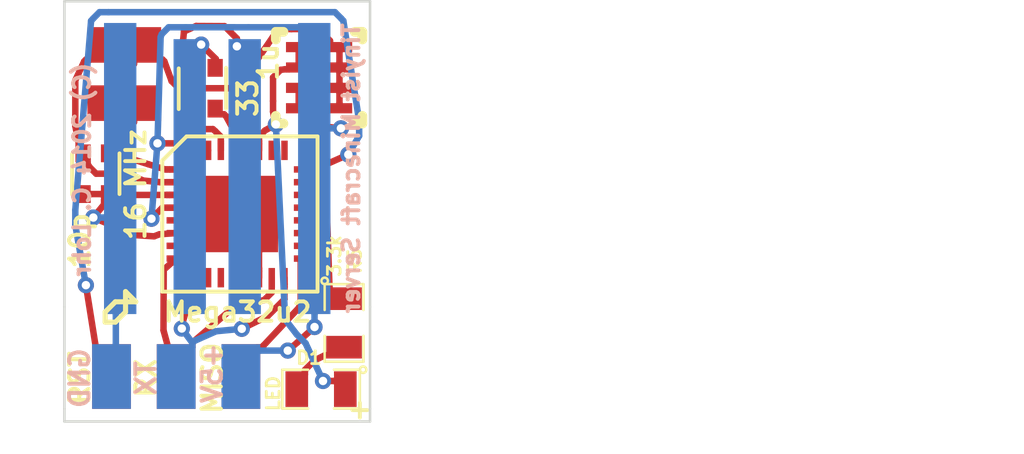
<source format=kicad_pcb>
(kicad_pcb (version 3) (host pcbnew "(2013-jul-07)-stable")

  (general
    (links 39)
    (no_connects 0)
    (area 47.23663 37.760067 68.005845 56.6096)
    (thickness 1.6)
    (drawings 32)
    (tracks 324)
    (zones 0)
    (modules 9)
    (nets 16)
  )

  (page User 132.08 127)
  (layers
    (15 F.Cu signal)
    (0 B.Cu signal)
    (16 B.Adhes user)
    (17 F.Adhes user)
    (18 B.Paste user)
    (19 F.Paste user)
    (20 B.SilkS user)
    (21 F.SilkS user)
    (22 B.Mask user)
    (23 F.Mask user)
    (24 Dwgs.User user)
    (25 Cmts.User user)
    (26 Eco1.User user)
    (27 Eco2.User user)
    (28 Edge.Cuts user)
  )

  (setup
    (last_trace_width 0.254)
    (trace_clearance 0.2032)
    (zone_clearance 0.508)
    (zone_45_only no)
    (trace_min 0.254)
    (segment_width 0.2)
    (edge_width 0.1)
    (via_size 0.635)
    (via_drill 0.3302)
    (via_min_size 0.508)
    (via_min_drill 0.3302)
    (uvia_size 0.4572)
    (uvia_drill 0.127)
    (uvias_allowed no)
    (uvia_min_size 0.4572)
    (uvia_min_drill 0.127)
    (pcb_text_width 0.1524)
    (pcb_text_size 0.762 0.762)
    (mod_edge_width 0.15)
    (mod_text_size 1 1)
    (mod_text_width 0.15)
    (pad_size 1.524 2.54)
    (pad_drill 0)
    (pad_to_mask_clearance 0)
    (aux_axis_origin 0 0)
    (visible_elements FFFFFFBF)
    (pcbplotparams
      (layerselection 284196865)
      (usegerberextensions true)
      (excludeedgelayer false)
      (linewidth 0.150000)
      (plotframeref false)
      (viasonmask false)
      (mode 1)
      (useauxorigin false)
      (hpglpennumber 1)
      (hpglpenspeed 20)
      (hpglpendiameter 15)
      (hpglpenoverlay 2)
      (psnegative false)
      (psa4output false)
      (plotreference true)
      (plotvalue true)
      (plotothertext true)
      (plotinvisibletext false)
      (padsonsilk false)
      (subtractmaskfromsilk false)
      (outputformat 1)
      (mirror false)
      (drillshape 0)
      (scaleselection 1)
      (outputdirectory tinyist_minecraft_server_1_0mm_thick))
  )

  (net 0 "")
  (net 1 +3.3V)
  (net 2 +5V)
  (net 3 GND)
  (net 4 N-0000011)
  (net 5 N-0000013)
  (net 6 N-0000017)
  (net 7 N-0000018)
  (net 8 N-0000019)
  (net 9 N-000002)
  (net 10 N-0000021)
  (net 11 N-0000025)
  (net 12 N-0000026)
  (net 13 N-0000027)
  (net 14 N-0000028)
  (net 15 N-000005)

  (net_class Default "This is the default net class."
    (clearance 0.2032)
    (trace_width 0.254)
    (via_dia 0.635)
    (via_drill 0.3302)
    (uvia_dia 0.4572)
    (uvia_drill 0.127)
    (add_net "")
    (add_net +3.3V)
    (add_net +5V)
    (add_net GND)
    (add_net N-0000011)
    (add_net N-0000013)
    (add_net N-0000017)
    (add_net N-0000018)
    (add_net N-0000019)
    (add_net N-000002)
    (add_net N-0000021)
    (add_net N-0000025)
    (add_net N-0000026)
    (add_net N-0000027)
    (add_net N-0000028)
    (add_net N-000005)
  )

  (module XTAL4P (layer F.Cu) (tedit 54480DE4) (tstamp 5447F7CD)
    (at 54.2018 41.714 270)
    (path /52F6ED82)
    (fp_text reference X1 (at 1.27 -1.905 270) (layer F.SilkS) hide
      (effects (font (size 1.524 1.524) (thickness 0.3048)))
    )
    (fp_text value 16MHz (at 0.635 4.445 270) (layer F.SilkS) hide
      (effects (font (size 1.524 1.524) (thickness 0.3048)))
    )
    (pad 4 smd rect (at 0 0 270) (size 1.397 1.1938)
      (layers F.Cu F.Paste F.Mask)
      (net 3 GND)
    )
    (pad 1 smd rect (at 0 1.7018 270) (size 1.397 1.1938)
      (layers F.Cu F.Paste F.Mask)
      (net 13 N-0000027)
    )
    (pad 3 smd rect (at 2.286 1.7018 270) (size 1.397 1.1938)
      (layers F.Cu F.Paste F.Mask)
      (net 3 GND)
    )
    (pad 2 smd rect (at 2.286 0 270) (size 1.397 1.1938)
      (layers F.Cu F.Paste F.Mask)
      (net 14 N-0000028)
    )
  )

  (module SM0805 (layer F.Cu) (tedit 54481273) (tstamp 5447F7EA)
    (at 61.0765 55.2294 180)
    (path /52F704B2)
    (attr smd)
    (fp_text reference D1 (at 0.4765 1.2294 180) (layer F.SilkS)
      (effects (font (size 0.50038 0.50038) (thickness 0.10922)))
    )
    (fp_text value LED (at 1.8765 -0.1706 270) (layer F.SilkS)
      (effects (font (size 0.50038 0.50038) (thickness 0.10922)))
    )
    (fp_circle (center -1.651 0.762) (end -1.651 0.635) (layer F.SilkS) (width 0.09906))
    (fp_line (start -0.508 0.762) (end -1.524 0.762) (layer F.SilkS) (width 0.09906))
    (fp_line (start -1.524 0.762) (end -1.524 -0.762) (layer F.SilkS) (width 0.09906))
    (fp_line (start -1.524 -0.762) (end -0.508 -0.762) (layer F.SilkS) (width 0.09906))
    (fp_line (start 0.508 -0.762) (end 1.524 -0.762) (layer F.SilkS) (width 0.09906))
    (fp_line (start 1.524 -0.762) (end 1.524 0.762) (layer F.SilkS) (width 0.09906))
    (fp_line (start 1.524 0.762) (end 0.508 0.762) (layer F.SilkS) (width 0.09906))
    (pad 1 smd rect (at -0.9525 0 180) (size 0.889 1.397)
      (layers F.Cu F.Paste F.Mask)
      (net 1 +3.3V)
    )
    (pad 2 smd rect (at 0.9525 0 180) (size 0.889 1.397)
      (layers F.Cu F.Paste F.Mask)
      (net 6 N-0000017)
    )
    (model smd/chip_cms.wrl
      (at (xyz 0 0 0))
      (scale (xyz 0.1 0.1 0.1))
      (rotate (xyz 0 0 0))
    )
  )

  (module SM0805 (layer F.Cu) (tedit 5448119D) (tstamp 5447F7F7)
    (at 61.9805 52.6303 270)
    (path /52F704A2)
    (attr smd)
    (fp_text reference R5 (at -2.4303 -0.4195 270) (layer F.SilkS)
      (effects (font (size 0.50038 0.50038) (thickness 0.10922)))
    )
    (fp_text value 3.3k (at -2.6303 0.3805 270) (layer F.SilkS)
      (effects (font (size 0.50038 0.50038) (thickness 0.10922)))
    )
    (fp_circle (center -1.651 0.762) (end -1.651 0.635) (layer F.SilkS) (width 0.09906))
    (fp_line (start -0.508 0.762) (end -1.524 0.762) (layer F.SilkS) (width 0.09906))
    (fp_line (start -1.524 0.762) (end -1.524 -0.762) (layer F.SilkS) (width 0.09906))
    (fp_line (start -1.524 -0.762) (end -0.508 -0.762) (layer F.SilkS) (width 0.09906))
    (fp_line (start 0.508 -0.762) (end 1.524 -0.762) (layer F.SilkS) (width 0.09906))
    (fp_line (start 1.524 -0.762) (end 1.524 0.762) (layer F.SilkS) (width 0.09906))
    (fp_line (start 1.524 0.762) (end 0.508 0.762) (layer F.SilkS) (width 0.09906))
    (pad 1 smd rect (at -0.9525 0 270) (size 0.889 1.397)
      (layers F.Cu F.Paste F.Mask)
      (net 4 N-0000011)
    )
    (pad 2 smd rect (at 0.9525 0 270) (size 0.889 1.397)
      (layers F.Cu F.Paste F.Mask)
      (net 6 N-0000017)
    )
    (model smd/chip_cms.wrl
      (at (xyz 0 0 0))
      (scale (xyz 0.1 0.1 0.1))
      (rotate (xyz 0 0 0))
    )
  )

  (module QFN32 (layer F.Cu) (tedit 54480E1A) (tstamp 5447F822)
    (at 57.8912 48.3535)
    (descr "Support CMS Plcc 32 pins")
    (tags "CMS Plcc")
    (path /52F0D5D7)
    (attr smd)
    (fp_text reference U1 (at 0 -1.016) (layer F.SilkS) hide
      (effects (font (size 0.762 0.762) (thickness 0.1524)))
    )
    (fp_text value ATMEGAXU2 (at 0 0.762) (layer F.SilkS) hide
      (effects (font (size 0.762 0.762) (thickness 0.1524)))
    )
    (fp_line (start -2.0955 -3.048) (end 2.0955 -3.048) (layer F.SilkS) (width 0.1524))
    (fp_line (start 2.0955 -3.048) (end 3.048 -3.048) (layer F.SilkS) (width 0.1524))
    (fp_line (start 3.048 -3.048) (end 3.048 3.048) (layer F.SilkS) (width 0.1524))
    (fp_line (start 3.048 3.048) (end -3.048 3.048) (layer F.SilkS) (width 0.1524))
    (fp_line (start -3.048 3.048) (end -3.048 -2.0955) (layer F.SilkS) (width 0.1524))
    (fp_line (start -3.048 -2.0955) (end -2.0955 -3.048) (layer F.SilkS) (width 0.1524))
    (pad 31 smd rect (at -1.24968 -2.49936) (size 0.254 0.762)
      (layers F.Cu F.Paste F.Mask)
      (net 2 +5V)
    )
    (pad 30 smd rect (at -0.7493 -2.49936) (size 0.254 0.762)
      (layers F.Cu F.Paste F.Mask)
      (net 15 N-000005)
    )
    (pad 29 smd rect (at -0.24892 -2.49936) (size 0.254 0.762)
      (layers F.Cu F.Paste F.Mask)
      (net 9 N-000002)
    )
    (pad 32 smd rect (at -1.75006 -2.49936) (size 0.254 0.762)
      (layers F.Cu F.Paste F.Mask)
      (net 2 +5V)
    )
    (pad 1 smd rect (at -2.49936 -1.75006 90) (size 0.254 0.762)
      (layers F.Cu F.Paste F.Mask)
      (net 14 N-0000028)
    )
    (pad 2 smd rect (at -2.49936 -1.24968 90) (size 0.254 0.762)
      (layers F.Cu F.Paste F.Mask)
      (net 13 N-0000027)
    )
    (pad 3 smd rect (at -2.49936 -0.7493 90) (size 0.254 0.762)
      (layers F.Cu F.Paste F.Mask)
      (net 3 GND)
    )
    (pad 4 smd rect (at -2.49936 -0.24892 90) (size 0.254 0.762)
      (layers F.Cu F.Paste F.Mask)
      (net 2 +5V)
    )
    (pad 5 smd rect (at -2.49936 0.24892 90) (size 0.254 0.762)
      (layers F.Cu F.Paste F.Mask)
    )
    (pad 6 smd rect (at -2.49936 0.7493 90) (size 0.254 0.762)
      (layers F.Cu F.Paste F.Mask)
      (net 3 GND)
    )
    (pad 7 smd rect (at -2.49936 1.24968 90) (size 0.254 0.762)
      (layers F.Cu F.Paste F.Mask)
    )
    (pad 8 smd rect (at -2.49936 1.75006 90) (size 0.254 0.762)
      (layers F.Cu F.Paste F.Mask)
      (net 10 N-0000021)
    )
    (pad 16 smd rect (at 1.75006 2.49936) (size 0.254 0.762)
      (layers F.Cu F.Paste F.Mask)
      (net 5 N-0000013)
    )
    (pad 9 smd rect (at -1.75006 2.49936) (size 0.254 0.762)
      (layers F.Cu F.Paste F.Mask)
      (net 5 N-0000013)
    )
    (pad 10 smd rect (at -1.24968 2.49936) (size 0.254 0.762)
      (layers F.Cu F.Paste F.Mask)
    )
    (pad 11 smd rect (at -0.7493 2.49936) (size 0.254 0.762)
      (layers F.Cu F.Paste F.Mask)
    )
    (pad 12 smd rect (at -0.24892 2.49936) (size 0.254 0.762)
      (layers F.Cu F.Paste F.Mask)
    )
    (pad 13 smd rect (at 0.24892 2.49936) (size 0.254 0.762)
      (layers F.Cu F.Paste F.Mask)
    )
    (pad 14 smd rect (at 0.7493 2.49936) (size 0.254 0.762)
      (layers F.Cu F.Paste F.Mask)
      (net 3 GND)
    )
    (pad 15 smd rect (at 1.24968 2.49936) (size 0.254 0.762)
      (layers F.Cu F.Paste F.Mask)
      (net 10 N-0000021)
    )
    (pad 17 smd rect (at 2.49936 1.75006 90) (size 0.254 0.762)
      (layers F.Cu F.Paste F.Mask)
      (net 12 N-0000026)
    )
    (pad 18 smd rect (at 2.49936 1.24968 90) (size 0.254 0.762)
      (layers F.Cu F.Paste F.Mask)
    )
    (pad 19 smd rect (at 2.49936 0.7493 90) (size 0.254 0.762)
      (layers F.Cu F.Paste F.Mask)
    )
    (pad 20 smd rect (at 2.49936 0.24892 90) (size 0.254 0.762)
      (layers F.Cu F.Paste F.Mask)
    )
    (pad 21 smd rect (at 2.49936 -0.24892 90) (size 0.254 0.762)
      (layers F.Cu F.Paste F.Mask)
    )
    (pad 22 smd rect (at 2.49936 -0.7493 90) (size 0.254 0.762)
      (layers F.Cu F.Paste F.Mask)
    )
    (pad 23 smd rect (at 2.49936 -1.24968 90) (size 0.254 0.762)
      (layers F.Cu F.Paste F.Mask)
      (net 4 N-0000011)
    )
    (pad 24 smd rect (at 2.49936 -1.75006 90) (size 0.254 0.762)
      (layers F.Cu F.Paste F.Mask)
      (net 11 N-0000025)
    )
    (pad 25 smd rect (at 1.75006 -2.49936) (size 0.254 0.762)
      (layers F.Cu F.Paste F.Mask)
    )
    (pad 26 smd rect (at 1.24968 -2.49936) (size 0.254 0.762)
      (layers F.Cu F.Paste F.Mask)
    )
    (pad 27 smd rect (at 0.7493 -2.49936) (size 0.254 0.762)
      (layers F.Cu F.Paste F.Mask)
      (net 1 +3.3V)
    )
    (pad 28 smd rect (at 0.24892 -2.49936) (size 0.254 0.762)
      (layers F.Cu F.Paste F.Mask)
      (net 3 GND)
    )
    (pad 33 smd rect (at 0 0) (size 2.99974 2.99974)
      (layers F.Cu F.Paste F.Mask)
      (net 3 GND)
    )
  )

  (module NETWORK1206 (layer F.Cu) (tedit 54480DF9) (tstamp 5447F85E)
    (at 61 43 90)
    (path /5447FC22)
    (fp_text reference U3 (at 2.5 0 180) (layer F.SilkS) hide
      (effects (font (size 0.8128 0.7874) (thickness 0.1524)))
    )
    (fp_text value 1u (at -0.033 -2.356 90) (layer F.SilkS) hide
      (effects (font (size 0.8128 0.7874) (thickness 0.1524)))
    )
    (fp_line (start 1.8 1.4) (end 1.8 1.7) (layer F.SilkS) (width 0.381))
    (fp_line (start 1.8 1.7) (end 1.5 1.7) (layer F.SilkS) (width 0.381))
    (fp_line (start -1.8 -1.4) (end -1.8 -1.7) (layer F.SilkS) (width 0.381))
    (fp_line (start -1.8 -1.7) (end -1.5 -1.7) (layer F.SilkS) (width 0.381))
    (fp_line (start 1.5 -1.7) (end 1.8 -1.7) (layer F.SilkS) (width 0.381))
    (fp_line (start 1.8 -1.7) (end 1.8 -1.4) (layer F.SilkS) (width 0.381))
    (fp_line (start -1.8 1.4) (end -1.8 1.7) (layer F.SilkS) (width 0.381))
    (fp_line (start -1.8 1.7) (end -1.5 1.7) (layer F.SilkS) (width 0.381))
    (pad 1 smd rect (at -1.2 0.8 90) (size 0.4 1)
      (layers F.Cu F.Paste F.Mask)
      (net 3 GND)
    )
    (pad 2 smd rect (at -0.4 0.8 90) (size 0.4 1)
      (layers F.Cu F.Paste F.Mask)
      (net 3 GND)
    )
    (pad 3 smd rect (at 0.4 0.8 90) (size 0.4 1)
      (layers F.Cu F.Paste F.Mask)
      (net 3 GND)
    )
    (pad 4 smd rect (at 1.2 0.8 90) (size 0.4 1)
      (layers F.Cu F.Paste F.Mask)
      (net 3 GND)
    )
    (pad 5 smd rect (at 1.2 -0.8 90) (size 0.4 1)
      (layers F.Cu F.Paste F.Mask)
      (net 1 +3.3V)
    )
    (pad 6 smd rect (at 0.4 -0.8 90) (size 0.4 1)
      (layers F.Cu F.Paste F.Mask)
      (net 1 +3.3V)
    )
    (pad 7 smd rect (at -0.4 -0.8 90) (size 0.4 1)
      (layers F.Cu F.Paste F.Mask)
      (net 2 +5V)
    )
    (pad 8 smd rect (at -1.2 -0.8 90) (size 0.4 1)
      (layers F.Cu F.Paste F.Mask)
      (net 2 +5V)
    )
  )

  (module NETWORK0606 (layer F.Cu) (tedit 54480E04) (tstamp 5447F84A)
    (at 52.2325 46.7707 270)
    (path /5447F9C8)
    (fp_text reference U2 (at 0 -1.6 270) (layer F.SilkS) hide
      (effects (font (size 0.8128 0.8128) (thickness 0.15)))
    )
    (fp_text value 10p (at -3.4 -0.2 270) (layer F.SilkS) hide
      (effects (font (size 0.8128 0.8128) (thickness 0.15)))
    )
    (fp_line (start 0.8 -0.93) (end -0.8 -0.93) (layer F.SilkS) (width 0.15))
    (fp_line (start -0.78 0.93) (end 0.82 0.93) (layer F.SilkS) (width 0.15))
    (pad 1 smd rect (at -0.8 -0.5 270) (size 0.7 0.6)
      (layers F.Cu F.Paste F.Mask)
      (net 14 N-0000028)
    )
    (pad 2 smd rect (at 0.8 -0.5 270) (size 0.7 0.6)
      (layers F.Cu F.Paste F.Mask)
      (net 3 GND)
    )
    (pad 3 smd rect (at -0.8 0.5 270) (size 0.7 0.6)
      (layers F.Cu F.Paste F.Mask)
      (net 13 N-0000027)
    )
    (pad 4 smd rect (at 0.8 0.5 270) (size 0.7 0.6)
      (layers F.Cu F.Paste F.Mask)
      (net 3 GND)
    )
  )

  (module USBPCB (layer B.Cu) (tedit 54480E0F) (tstamp 5448C3DD)
    (at 57 46.5672 180)
    (path /5448068F)
    (fp_text reference P1 (at -7.62 0 180) (layer B.SilkS) hide
      (effects (font (size 1 1) (thickness 0.15)) (justify mirror))
    )
    (fp_text value USB (at -7.62 -1.27 180) (layer B.SilkS) hide
      (effects (font (size 1 1) (thickness 0.15)) (justify mirror))
    )
    (pad 1 smd rect (at -3.81 0 180) (size 1.27 11.43)
      (layers B.Cu B.Paste B.Mask)
      (net 2 +5V)
    )
    (pad 2 smd rect (at -1.0795 -0.3175 180) (size 1.27 10.795)
      (layers B.Cu B.Paste B.Mask)
      (net 7 N-0000018)
    )
    (pad 3 smd rect (at 1.0795 -0.3175 180) (size 1.27 10.795)
      (layers B.Cu B.Paste B.Mask)
      (net 8 N-0000019)
    )
    (pad 4 smd rect (at 3.81 0 180) (size 1.27 11.43)
      (layers B.Cu B.Paste B.Mask)
      (net 3 GND)
    )
  )

  (module NETWORK0606 (layer F.Cu) (tedit 54480DEF) (tstamp 5448C482)
    (at 56.4189 43.4144 270)
    (path /5447F794)
    (fp_text reference U4 (at 0 -1.6 270) (layer F.SilkS) hide
      (effects (font (size 0.8128 0.8128) (thickness 0.15)))
    )
    (fp_text value 33 (at -3.4 -0.2 270) (layer F.SilkS) hide
      (effects (font (size 0.8128 0.8128) (thickness 0.15)))
    )
    (fp_line (start 0.8 -0.93) (end -0.8 -0.93) (layer F.SilkS) (width 0.15))
    (fp_line (start -0.78 0.93) (end 0.82 0.93) (layer F.SilkS) (width 0.15))
    (pad 1 smd rect (at -0.8 -0.5 270) (size 0.7 0.6)
      (layers F.Cu F.Paste F.Mask)
      (net 8 N-0000019)
    )
    (pad 2 smd rect (at 0.8 -0.5 270) (size 0.7 0.6)
      (layers F.Cu F.Paste F.Mask)
      (net 9 N-000002)
    )
    (pad 3 smd rect (at -0.8 0.5 270) (size 0.7 0.6)
      (layers F.Cu F.Paste F.Mask)
      (net 7 N-0000018)
    )
    (pad 4 smd rect (at 0.8 0.5 270) (size 0.7 0.6)
      (layers F.Cu F.Paste F.Mask)
      (net 15 N-000005)
    )
  )

  (module SMTEDGE6 (layer F.Cu) (tedit 5476B9C8) (tstamp 5448C600)
    (at 55.3886 54.7349 180)
    (path /52F6E673)
    (fp_text reference J1 (at 0 2.54 180) (layer F.SilkS) hide
      (effects (font (size 1 1) (thickness 0.15)))
    )
    (fp_text value AVRISP6 (at 0 2.54 180) (layer F.SilkS) hide
      (effects (font (size 1 1) (thickness 0.15)))
    )
    (pad 1 smd rect (at -2.54 0 180) (size 1.524 2.54)
      (layers F.Cu F.Paste F.Mask)
      (net 12 N-0000026)
    )
    (pad 3 smd rect (at 0 0 180) (size 1.524 2.54)
      (layers F.Cu F.Paste F.Mask)
      (net 10 N-0000021)
    )
    (pad 5 smd rect (at 2.54 0 180) (size 1.524 2.54)
      (layers F.Cu F.Paste F.Mask)
      (net 11 N-0000025)
    )
    (pad 2 smd rect (at -2.54 0 180) (size 1.524 2.54)
      (layers *.Mask B.Cu F.Paste)
      (net 2 +5V)
    )
    (pad 4 smd rect (at 0 0 180) (size 1.524 2.54)
      (layers *.Mask B.Cu F.Paste)
      (net 5 N-0000013)
    )
    (pad 6 smd rect (at 2.54 0 180) (size 1.524 2.54)
      (layers *.Mask B.Cu F.Paste)
      (net 3 GND)
    )
  )

  (gr_text "NOTE:\nCan shorten the USB part a tad.  I.e. 1/6th the length of the item." (at 68.58 56.4642) (layer Dwgs.User)
    (effects (font (size 0.762 0.762) (thickness 0.1524)))
  )
  (gr_text MISO (at 56.8 54.8 90) (layer F.SilkS)
    (effects (font (size 0.762 0.762) (thickness 0.1524)))
  )
  (gr_text RX (at 54.2 54.8 90) (layer F.SilkS)
    (effects (font (size 0.762 0.762) (thickness 0.1524)))
  )
  (gr_text RST (at 51.6 54.8 90) (layer F.SilkS)
    (effects (font (size 0.762 0.762) (thickness 0.1524)))
  )
  (gr_text +5V (at 56.8 54.6 90) (layer B.SilkS)
    (effects (font (size 0.762 0.762) (thickness 0.1524)) (justify mirror))
  )
  (gr_text TX (at 54.2 54.8 90) (layer B.SilkS)
    (effects (font (size 0.762 0.762) (thickness 0.1524)) (justify mirror))
  )
  (gr_text GND (at 51.6 54.8 90) (layer B.SilkS)
    (effects (font (size 0.762 0.762) (thickness 0.1524)) (justify mirror))
  )
  (gr_text + (at 62.6 56) (layer F.SilkS)
    (effects (font (size 0.762 0.762) (thickness 0.1524)))
  )
  (gr_text Mega32u2 (at 57.8 52.2) (layer F.SilkS)
    (effects (font (size 0.762 0.762) (thickness 0.1524)))
  )
  (gr_text 10p (at 51.6 49.4 90) (layer F.SilkS)
    (effects (font (size 0.762 0.762) (thickness 0.1524)))
  )
  (gr_text "16 MHz" (at 53.8 47.2 90) (layer F.SilkS)
    (effects (font (size 0.762 0.762) (thickness 0.1524)))
  )
  (gr_text 33 (at 58.2 43.8 90) (layer F.SilkS)
    (effects (font (size 0.762 0.762) (thickness 0.1524)))
  )
  (gr_text 1u (at 59 42.4 90) (layer F.SilkS)
    (effects (font (size 0.762 0.762) (thickness 0.1524)))
  )
  (gr_line (start 53 52.6) (end 52.6 52.6) (angle 90) (layer F.SilkS) (width 0.2))
  (gr_line (start 53.4 52.2) (end 53 52.6) (angle 90) (layer F.SilkS) (width 0.2))
  (gr_line (start 53.4 51.8) (end 53.4 52.2) (angle 90) (layer F.SilkS) (width 0.2))
  (gr_line (start 53.8 51.8) (end 53.4 51.8) (angle 90) (layer F.SilkS) (width 0.2))
  (gr_line (start 53.4 51.4) (end 53.8 51.8) (angle 90) (layer F.SilkS) (width 0.2))
  (gr_line (start 53.4 51.8) (end 53.4 51.4) (angle 90) (layer F.SilkS) (width 0.2))
  (gr_line (start 53 51.8) (end 53.4 51.8) (angle 90) (layer F.SilkS) (width 0.2))
  (gr_line (start 52.6 52.2) (end 53 51.8) (angle 90) (layer F.SilkS) (width 0.2))
  (gr_line (start 52.6 52.6) (end 52.6 52.2) (angle 90) (layer F.SilkS) (width 0.2))
  (gr_text "(C) 2014 C. Lohr" (at 51.69 46.61 90) (layer B.SilkS)
    (effects (font (size 0.635 0.635) (thickness 0.1524)) (justify mirror))
  )
  (gr_text "Tinyist Minecraft Server" (at 62.26 46.56 90) (layer B.SilkS)
    (effects (font (size 0.635 0.635) (thickness 0.1524)) (justify mirror))
  )
  (gr_line (start 63 56.5) (end 63 56) (angle 90) (layer Edge.Cuts) (width 0.1))
  (gr_line (start 51 56.5) (end 63 56.5) (angle 90) (layer Edge.Cuts) (width 0.1))
  (gr_line (start 51 56) (end 51 56.5) (angle 90) (layer Edge.Cuts) (width 0.1))
  (gr_line (start 51 52) (end 51 56) (angle 90) (layer Edge.Cuts) (width 0.1))
  (gr_line (start 63 52) (end 63 56) (angle 90) (layer Edge.Cuts) (width 0.1))
  (gr_line (start 51 52) (end 51 40) (angle 90) (layer Edge.Cuts) (width 0.1))
  (gr_line (start 63 40) (end 63 52) (angle 90) (layer Edge.Cuts) (width 0.1))
  (gr_line (start 51 40) (end 63 40) (angle 90) (layer Edge.Cuts) (width 0.1))

  (via (at 61.1532 54.9096) (size 0.635) (layers F.Cu B.Cu) (net 1))
  (via (at 59.3032 44.8359) (size 0.635) (layers F.Cu B.Cu) (net 1))
  (segment (start 60.4689 53.4272) (end 61.1532 54.9096) (width 0.254) (layer B.Cu) (net 1))
  (segment (start 60.1222 53.0805) (end 60.4689 53.4272) (width 0.254) (layer B.Cu) (net 1))
  (segment (start 59.6669 52.4927) (end 60.1222 53.0805) (width 0.254) (layer B.Cu) (net 1))
  (segment (start 59.3032 44.8359) (end 59.6669 52.4927) (width 0.254) (layer B.Cu) (net 1))
  (segment (start 61.7115 54.9096) (end 62.029 55.2294) (width 0.254) (layer F.Cu) (net 1))
  (segment (start 61.5845 54.9096) (end 61.7115 54.9096) (width 0.254) (layer F.Cu) (net 1))
  (segment (start 61.1532 54.9096) (end 61.5845 54.9096) (width 0.254) (layer F.Cu) (net 1))
  (segment (start 58.8742 45.0741) (end 59.3032 44.8359) (width 0.254) (layer F.Cu) (net 1))
  (segment (start 58.6405 45.3078) (end 58.8742 45.0741) (width 0.254) (layer F.Cu) (net 1))
  (segment (start 58.6405 45.4731) (end 58.6405 45.3078) (width 0.254) (layer F.Cu) (net 1))
  (segment (start 58.6405 45.6001) (end 58.6405 45.4731) (width 0.254) (layer F.Cu) (net 1))
  (segment (start 58.6405 45.8541) (end 58.6405 45.6001) (width 0.254) (layer F.Cu) (net 1))
  (segment (start 60.2 42.527) (end 60.2 42.6) (width 0.254) (layer F.Cu) (net 1))
  (segment (start 60.2 42.4) (end 60.2 42.527) (width 0.254) (layer F.Cu) (net 1))
  (segment (start 60.2 42) (end 60.2 42.4) (width 0.254) (layer F.Cu) (net 1))
  (segment (start 60.2 41.873) (end 60.2 42) (width 0.254) (layer F.Cu) (net 1))
  (segment (start 60.2 41.8) (end 60.2 41.873) (width 0.254) (layer F.Cu) (net 1))
  (segment (start 59.2392 44.5909) (end 59.3032 44.8359) (width 0.254) (layer F.Cu) (net 1))
  (segment (start 59.1919 44.3375) (end 59.2392 44.5909) (width 0.254) (layer F.Cu) (net 1))
  (segment (start 59.1919 43.9165) (end 59.1919 44.3375) (width 0.254) (layer F.Cu) (net 1))
  (segment (start 59.1919 42.9895) (end 59.1919 43.9165) (width 0.254) (layer F.Cu) (net 1))
  (segment (start 59.4895 42.6919) (end 59.1919 42.9895) (width 0.254) (layer F.Cu) (net 1))
  (segment (start 59.6474 42.673) (end 59.4895 42.6919) (width 0.254) (layer F.Cu) (net 1))
  (segment (start 59.7 42.673) (end 59.6474 42.673) (width 0.254) (layer F.Cu) (net 1))
  (segment (start 59.827 42.673) (end 59.7 42.673) (width 0.254) (layer F.Cu) (net 1))
  (segment (start 60.2 42.6) (end 59.827 42.673) (width 0.254) (layer F.Cu) (net 1))
  (via (at 61.8573 44.9887) (size 0.635) (layers F.Cu B.Cu) (net 2))
  (via (at 54.6532 45.5777) (size 0.635) (layers F.Cu B.Cu) (net 2))
  (via (at 54.4179 48.54) (size 0.635) (layers F.Cu B.Cu) (net 2))
  (via (at 59.7703 53.7166) (size 0.635) (layers F.Cu B.Cu) (net 2))
  (via (at 60.8208 52.7911) (size 0.635) (layers F.Cu B.Cu) (net 2))
  (segment (start 58.6906 53.7166) (end 59.7703 53.7166) (width 0.254) (layer B.Cu) (net 2))
  (segment (start 58.5636 53.7166) (end 58.6906 53.7166) (width 0.254) (layer B.Cu) (net 2))
  (segment (start 57.9286 54.7349) (end 58.5636 53.7166) (width 0.254) (layer B.Cu) (net 2))
  (segment (start 54.7774 41.4037) (end 54.6532 45.5777) (width 0.254) (layer B.Cu) (net 2))
  (segment (start 54.8191 41.294) (end 54.7774 41.4037) (width 0.254) (layer B.Cu) (net 2))
  (segment (start 55.0923 41.0208) (end 54.8191 41.294) (width 0.254) (layer B.Cu) (net 2))
  (segment (start 55.7718 41.0208) (end 55.0923 41.0208) (width 0.254) (layer B.Cu) (net 2))
  (segment (start 56.6205 41.0194) (end 55.7718 41.0208) (width 0.254) (layer B.Cu) (net 2))
  (segment (start 57.2687 41.0194) (end 56.6205 41.0194) (width 0.254) (layer B.Cu) (net 2))
  (segment (start 58.2282 41.0208) (end 57.2687 41.0194) (width 0.254) (layer B.Cu) (net 2))
  (segment (start 60.175 41.0208) (end 58.2282 41.0208) (width 0.254) (layer B.Cu) (net 2))
  (segment (start 60.302 41.0208) (end 60.175 41.0208) (width 0.254) (layer B.Cu) (net 2))
  (segment (start 60.81 46.5672) (end 60.302 41.0208) (width 0.254) (layer B.Cu) (net 2))
  (segment (start 54.6532 45.5777) (end 54.4179 48.54) (width 0.254) (layer B.Cu) (net 2))
  (segment (start 61.445 44.9887) (end 61.8573 44.9887) (width 0.254) (layer B.Cu) (net 2))
  (segment (start 61.318 44.9887) (end 61.445 44.9887) (width 0.254) (layer B.Cu) (net 2))
  (segment (start 60.81 46.5672) (end 61.318 44.9887) (width 0.254) (layer B.Cu) (net 2))
  (segment (start 60.8208 52.1552) (end 60.81 46.5672) (width 0.254) (layer B.Cu) (net 2))
  (segment (start 60.8208 52.2822) (end 60.8208 52.1552) (width 0.254) (layer B.Cu) (net 2))
  (segment (start 60.8208 52.7911) (end 60.8208 52.2822) (width 0.254) (layer B.Cu) (net 2))
  (segment (start 60.1415 53.4004) (end 60.8208 52.7911) (width 0.254) (layer F.Cu) (net 2))
  (segment (start 59.7703 53.7166) (end 60.1415 53.4004) (width 0.254) (layer F.Cu) (net 2))
  (segment (start 56.1411 45.6001) (end 56.1411 45.8541) (width 0.254) (layer F.Cu) (net 2))
  (segment (start 56.0141 45.6001) (end 56.1411 45.6001) (width 0.254) (layer F.Cu) (net 2))
  (segment (start 55.9615 45.6001) (end 56.0141 45.6001) (width 0.254) (layer F.Cu) (net 2))
  (segment (start 55.7104 45.5777) (end 55.9615 45.6001) (width 0.254) (layer F.Cu) (net 2))
  (segment (start 54.6532 45.5777) (end 55.7104 45.5777) (width 0.254) (layer F.Cu) (net 2))
  (segment (start 55.1378 48.1046) (end 55.3918 48.1046) (width 0.254) (layer F.Cu) (net 2))
  (segment (start 55.0108 48.1046) (end 55.1378 48.1046) (width 0.254) (layer F.Cu) (net 2))
  (segment (start 54.8466 48.1046) (end 55.0108 48.1046) (width 0.254) (layer F.Cu) (net 2))
  (segment (start 54.6144 48.3368) (end 54.8466 48.1046) (width 0.254) (layer F.Cu) (net 2))
  (segment (start 54.4179 48.54) (end 54.6144 48.3368) (width 0.254) (layer F.Cu) (net 2))
  (segment (start 60.573 44.273) (end 60.2 44.2) (width 0.254) (layer F.Cu) (net 2))
  (segment (start 60.573 44.4) (end 60.573 44.273) (width 0.254) (layer F.Cu) (net 2))
  (segment (start 60.573 44.4526) (end 60.573 44.4) (width 0.254) (layer F.Cu) (net 2))
  (segment (start 60.6474 44.527) (end 60.573 44.4526) (width 0.254) (layer F.Cu) (net 2))
  (segment (start 61.0895 44.9081) (end 60.6474 44.527) (width 0.254) (layer F.Cu) (net 2))
  (segment (start 61.8573 44.9887) (end 61.0895 44.9081) (width 0.254) (layer F.Cu) (net 2))
  (segment (start 60.2 44.127) (end 60.2 44.2) (width 0.254) (layer F.Cu) (net 2))
  (segment (start 60.2 44) (end 60.2 44.127) (width 0.254) (layer F.Cu) (net 2))
  (segment (start 60.2 43.6) (end 60.2 44) (width 0.254) (layer F.Cu) (net 2))
  (segment (start 60.2 43.473) (end 60.2 43.6) (width 0.254) (layer F.Cu) (net 2))
  (segment (start 60.2 43.4) (end 60.2 43.473) (width 0.254) (layer F.Cu) (net 2))
  (segment (start 56.5145 45.8541) (end 56.6415 45.8541) (width 0.254) (layer F.Cu) (net 2))
  (segment (start 56.2681 45.8541) (end 56.5145 45.8541) (width 0.254) (layer F.Cu) (net 2))
  (segment (start 56.1411 45.8541) (end 56.2681 45.8541) (width 0.254) (layer F.Cu) (net 2))
  (segment (start 55.39184 49.1028) (end 54.73 49.15) (width 0.254) (layer F.Cu) (net 3) (tstamp 5448C759))
  (segment (start 54.73 49.15) (end 54.52 49.23) (width 0.254) (layer F.Cu) (net 3) (tstamp 5448C75A))
  (segment (start 54.52 49.23) (end 53.75 49.18) (width 0.254) (layer F.Cu) (net 3) (tstamp 5448C75B))
  (segment (start 53.75 49.18) (end 52.1351 48.4923) (width 0.254) (layer F.Cu) (net 3) (tstamp 5448C75C))
  (segment (start 55.39184 49.1028) (end 56.2 49.1) (width 0.254) (layer F.Cu) (net 3) (tstamp 5448C755))
  (segment (start 56.2 49.1) (end 57.8912 48.3535) (width 0.254) (layer F.Cu) (net 3) (tstamp 5448C756))
  (via (at 52.1351 48.4923) (size 0.635) (layers F.Cu B.Cu) (net 3))
  (segment (start 52.555 48.4923) (end 52.1351 48.4923) (width 0.254) (layer B.Cu) (net 3))
  (segment (start 52.682 48.4923) (end 52.555 48.4923) (width 0.254) (layer B.Cu) (net 3))
  (segment (start 53.19 46.5672) (end 52.682 48.4923) (width 0.254) (layer B.Cu) (net 3))
  (segment (start 53.0193 53.5919) (end 52.8486 54.7349) (width 0.254) (layer B.Cu) (net 3))
  (segment (start 53.0193 53.4649) (end 53.0193 53.5919) (width 0.254) (layer B.Cu) (net 3))
  (segment (start 53.0193 52.2822) (end 53.0193 53.4649) (width 0.254) (layer B.Cu) (net 3))
  (segment (start 53.0193 52.1552) (end 53.0193 52.2822) (width 0.254) (layer B.Cu) (net 3))
  (segment (start 53.19 46.5672) (end 53.0193 52.1552) (width 0.254) (layer B.Cu) (net 3))
  (segment (start 55.1378 47.6042) (end 55.3918 47.6042) (width 0.254) (layer F.Cu) (net 3))
  (segment (start 55.0108 47.6042) (end 55.1378 47.6042) (width 0.254) (layer F.Cu) (net 3))
  (segment (start 53.0325 47.6042) (end 55.0108 47.6042) (width 0.254) (layer F.Cu) (net 3))
  (segment (start 52.9055 47.6042) (end 53.0325 47.6042) (width 0.254) (layer F.Cu) (net 3))
  (segment (start 52.7325 47.5707) (end 52.9055 47.6042) (width 0.254) (layer F.Cu) (net 3))
  (segment (start 54.6717 42.2855) (end 54.2018 41.714) (width 0.254) (layer F.Cu) (net 3))
  (segment (start 54.7987 42.2855) (end 54.6717 42.2855) (width 0.254) (layer F.Cu) (net 3))
  (segment (start 54.8513 42.2855) (end 54.7987 42.2855) (width 0.254) (layer F.Cu) (net 3))
  (segment (start 54.9257 42.3599) (end 54.8513 42.2855) (width 0.254) (layer F.Cu) (net 3))
  (segment (start 55.2088 43.1316) (end 54.9257 42.3599) (width 0.254) (layer F.Cu) (net 3))
  (segment (start 55.2088 43.1343) (end 55.2088 43.1316) (width 0.254) (layer F.Cu) (net 3))
  (segment (start 55.449 43.3745) (end 55.2088 43.1343) (width 0.254) (layer F.Cu) (net 3))
  (segment (start 55.5595 43.4144) (end 55.449 43.3745) (width 0.254) (layer F.Cu) (net 3))
  (segment (start 57.4053 43.4144) (end 55.5595 43.4144) (width 0.254) (layer F.Cu) (net 3))
  (segment (start 57.6924 43.4212) (end 57.4053 43.4144) (width 0.254) (layer F.Cu) (net 3))
  (segment (start 57.7728 43.4617) (end 57.6924 43.4212) (width 0.254) (layer F.Cu) (net 3))
  (segment (start 58.1401 45.6001) (end 58.1401 45.8541) (width 0.254) (layer F.Cu) (net 3))
  (segment (start 58.1401 45.4731) (end 58.1401 45.6001) (width 0.254) (layer F.Cu) (net 3))
  (segment (start 58.1401 45.1006) (end 58.1401 45.4731) (width 0.254) (layer F.Cu) (net 3))
  (segment (start 58.1837 45.0166) (end 58.1401 45.1006) (width 0.254) (layer F.Cu) (net 3))
  (segment (start 58.1837 44.964) (end 58.1837 45.0166) (width 0.254) (layer F.Cu) (net 3))
  (segment (start 58.1837 44.1648) (end 58.1837 44.964) (width 0.254) (layer F.Cu) (net 3))
  (segment (start 57.7728 43.4617) (end 58.1837 44.1648) (width 0.254) (layer F.Cu) (net 3))
  (segment (start 58.1401 46.9806) (end 57.8912 48.3535) (width 0.254) (layer F.Cu) (net 3))
  (segment (start 58.1401 46.8536) (end 58.1401 46.9806) (width 0.254) (layer F.Cu) (net 3))
  (segment (start 58.1401 46.2351) (end 58.1401 46.8536) (width 0.254) (layer F.Cu) (net 3))
  (segment (start 58.1401 46.1081) (end 58.1401 46.2351) (width 0.254) (layer F.Cu) (net 3))
  (segment (start 58.1401 45.8541) (end 58.1401 46.1081) (width 0.254) (layer F.Cu) (net 3))
  (segment (start 59.1919 41.3895) (end 57.7728 43.4617) (width 0.254) (layer F.Cu) (net 3))
  (segment (start 59.4895 41.0919) (end 59.1919 41.3895) (width 0.254) (layer F.Cu) (net 3))
  (segment (start 59.9105 41.0919) (end 59.4895 41.0919) (width 0.254) (layer F.Cu) (net 3))
  (segment (start 60.9105 41.0919) (end 59.9105 41.0919) (width 0.254) (layer F.Cu) (net 3))
  (segment (start 61.3526 41.473) (end 60.9105 41.0919) (width 0.254) (layer F.Cu) (net 3))
  (segment (start 61.427 41.5474) (end 61.3526 41.473) (width 0.254) (layer F.Cu) (net 3))
  (segment (start 61.427 41.6) (end 61.427 41.5474) (width 0.254) (layer F.Cu) (net 3))
  (segment (start 61.427 41.727) (end 61.427 41.6) (width 0.254) (layer F.Cu) (net 3))
  (segment (start 61.8 41.8) (end 61.427 41.727) (width 0.254) (layer F.Cu) (net 3))
  (segment (start 55.6458 47.6042) (end 55.3918 47.6042) (width 0.254) (layer F.Cu) (net 3))
  (segment (start 55.7728 47.6042) (end 55.6458 47.6042) (width 0.254) (layer F.Cu) (net 3))
  (segment (start 56.3913 47.6042) (end 55.7728 47.6042) (width 0.254) (layer F.Cu) (net 3))
  (segment (start 56.5183 47.6042) (end 56.3913 47.6042) (width 0.254) (layer F.Cu) (net 3))
  (segment (start 57.8912 48.3535) (end 56.5183 47.6042) (width 0.254) (layer F.Cu) (net 3))
  (segment (start 53.7319 42.2855) (end 54.2018 41.714) (width 0.254) (layer F.Cu) (net 3))
  (segment (start 53.7319 42.4125) (end 53.7319 42.2855) (width 0.254) (layer F.Cu) (net 3))
  (segment (start 53.7319 42.4651) (end 53.7319 42.4125) (width 0.254) (layer F.Cu) (net 3))
  (segment (start 52.9699 43.2489) (end 53.7319 42.4651) (width 0.254) (layer F.Cu) (net 3))
  (segment (start 52.9699 43.3015) (end 52.9699 43.2489) (width 0.254) (layer F.Cu) (net 3))
  (segment (start 52.9699 43.4285) (end 52.9699 43.3015) (width 0.254) (layer F.Cu) (net 3))
  (segment (start 52.5 44) (end 52.9699 43.4285) (width 0.254) (layer F.Cu) (net 3))
  (segment (start 61.8 42.527) (end 61.8 42.6) (width 0.254) (layer F.Cu) (net 3))
  (segment (start 61.8 42.4) (end 61.8 42.527) (width 0.254) (layer F.Cu) (net 3))
  (segment (start 61.8 42) (end 61.8 42.4) (width 0.254) (layer F.Cu) (net 3))
  (segment (start 61.8 41.873) (end 61.8 42) (width 0.254) (layer F.Cu) (net 3))
  (segment (start 61.8 41.8) (end 61.8 41.873) (width 0.254) (layer F.Cu) (net 3))
  (segment (start 58.6405 49.7264) (end 57.8912 48.3535) (width 0.254) (layer F.Cu) (net 3))
  (segment (start 58.6405 49.8534) (end 58.6405 49.7264) (width 0.254) (layer F.Cu) (net 3))
  (segment (start 58.6405 50.4719) (end 58.6405 49.8534) (width 0.254) (layer F.Cu) (net 3))
  (segment (start 58.6405 50.5989) (end 58.6405 50.4719) (width 0.254) (layer F.Cu) (net 3))
  (segment (start 58.6405 50.8529) (end 58.6405 50.5989) (width 0.254) (layer F.Cu) (net 3))
  (segment (start 61.8 43.327) (end 61.8 43.4) (width 0.254) (layer F.Cu) (net 3))
  (segment (start 61.8 43.2) (end 61.8 43.327) (width 0.254) (layer F.Cu) (net 3))
  (segment (start 61.8 42.8) (end 61.8 43.2) (width 0.254) (layer F.Cu) (net 3))
  (segment (start 61.8 42.673) (end 61.8 42.8) (width 0.254) (layer F.Cu) (net 3))
  (segment (start 61.8 42.6) (end 61.8 42.673) (width 0.254) (layer F.Cu) (net 3))
  (segment (start 61.8 44.127) (end 61.8 44.2) (width 0.254) (layer F.Cu) (net 3))
  (segment (start 61.8 44) (end 61.8 44.127) (width 0.254) (layer F.Cu) (net 3))
  (segment (start 61.8 43.6) (end 61.8 44) (width 0.254) (layer F.Cu) (net 3))
  (segment (start 61.8 43.473) (end 61.8 43.6) (width 0.254) (layer F.Cu) (net 3))
  (segment (start 61.8 43.4) (end 61.8 43.473) (width 0.254) (layer F.Cu) (net 3))
  (segment (start 51.9055 47.5707) (end 51.7325 47.5707) (width 0.254) (layer F.Cu) (net 3))
  (segment (start 52.0325 47.5707) (end 51.9055 47.5707) (width 0.254) (layer F.Cu) (net 3))
  (segment (start 52.4325 47.5707) (end 52.0325 47.5707) (width 0.254) (layer F.Cu) (net 3))
  (segment (start 52.5595 47.5707) (end 52.4325 47.5707) (width 0.254) (layer F.Cu) (net 3))
  (segment (start 52.7325 47.5707) (end 52.5595 47.5707) (width 0.254) (layer F.Cu) (net 3))
  (segment (start 52.5595 47.7937) (end 52.7325 47.5707) (width 0.254) (layer F.Cu) (net 3))
  (segment (start 52.5595 47.9207) (end 52.5595 47.7937) (width 0.254) (layer F.Cu) (net 3))
  (segment (start 52.5595 47.9733) (end 52.5595 47.9207) (width 0.254) (layer F.Cu) (net 3))
  (segment (start 52.1351 48.4923) (end 52.5595 47.9733) (width 0.254) (layer F.Cu) (net 3))
  (segment (start 61.409 51.3603) (end 61.9805 51.6778) (width 0.254) (layer F.Cu) (net 4))
  (segment (start 61.409 51.2333) (end 61.409 51.3603) (width 0.254) (layer F.Cu) (net 4))
  (segment (start 61.2797 47.4951) (end 61.409 51.2333) (width 0.254) (layer F.Cu) (net 4))
  (segment (start 61.1706 47.3375) (end 61.2797 47.4951) (width 0.254) (layer F.Cu) (net 4))
  (segment (start 60.9369 47.1038) (end 61.1706 47.3375) (width 0.254) (layer F.Cu) (net 4))
  (segment (start 60.7716 47.1038) (end 60.9369 47.1038) (width 0.254) (layer F.Cu) (net 4))
  (segment (start 60.6446 47.1038) (end 60.7716 47.1038) (width 0.254) (layer F.Cu) (net 4))
  (segment (start 60.3906 47.1038) (end 60.6446 47.1038) (width 0.254) (layer F.Cu) (net 4))
  (segment (start 56.14114 50.85286) (end 55.61 52.73) (width 0.254) (layer F.Cu) (net 5) (tstamp 5448C771))
  (segment (start 55.61 52.73) (end 55.61 52.85) (width 0.254) (layer F.Cu) (net 5) (tstamp 5448C772))
  (via (at 55.61 52.85) (size 0.635) (layers F.Cu B.Cu) (net 5))
  (segment (start 55.61 52.85) (end 56.0236 53.4123) (width 0.254) (layer B.Cu) (net 5) (tstamp 5448C776))
  (via (at 57.964 52.8609) (size 0.635) (layers F.Cu B.Cu) (net 5))
  (segment (start 56.9561 52.9568) (end 57.964 52.8609) (width 0.254) (layer B.Cu) (net 5))
  (segment (start 56.098 53.3379) (end 56.9561 52.9568) (width 0.254) (layer B.Cu) (net 5))
  (segment (start 56.0236 53.4123) (end 56.098 53.3379) (width 0.254) (layer B.Cu) (net 5))
  (segment (start 56.0236 53.4649) (end 56.0236 53.4123) (width 0.254) (layer B.Cu) (net 5))
  (segment (start 56.0236 53.5919) (end 56.0236 53.4649) (width 0.254) (layer B.Cu) (net 5))
  (segment (start 55.3886 54.7349) (end 56.0236 53.5919) (width 0.254) (layer B.Cu) (net 5))
  (segment (start 59.6413 51.1069) (end 59.6413 50.8529) (width 0.254) (layer F.Cu) (net 5))
  (segment (start 59.6413 51.2339) (end 59.6413 51.1069) (width 0.254) (layer F.Cu) (net 5))
  (segment (start 59.6413 51.7011) (end 59.6413 51.2339) (width 0.254) (layer F.Cu) (net 5))
  (segment (start 58.9807 52.3617) (end 59.6413 51.7011) (width 0.254) (layer F.Cu) (net 5))
  (segment (start 57.964 52.8609) (end 58.9807 52.3617) (width 0.254) (layer F.Cu) (net 5))
  (segment (start 61.409 53.9003) (end 61.9805 53.5828) (width 0.254) (layer F.Cu) (net 6))
  (segment (start 61.282 53.9003) (end 61.409 53.9003) (width 0.254) (layer F.Cu) (net 6))
  (segment (start 61.2294 53.9003) (end 61.282 53.9003) (width 0.254) (layer F.Cu) (net 6))
  (segment (start 60.8184 54.1014) (end 61.2294 53.9003) (width 0.254) (layer F.Cu) (net 6))
  (segment (start 60.5159 54.4039) (end 60.8184 54.1014) (width 0.254) (layer F.Cu) (net 6))
  (segment (start 60.4415 54.4783) (end 60.5159 54.4039) (width 0.254) (layer F.Cu) (net 6))
  (segment (start 60.4415 54.5309) (end 60.4415 54.4783) (width 0.254) (layer F.Cu) (net 6))
  (segment (start 60.4415 54.6579) (end 60.4415 54.5309) (width 0.254) (layer F.Cu) (net 6))
  (segment (start 60.124 55.2294) (end 60.4415 54.6579) (width 0.254) (layer F.Cu) (net 6))
  (via (at 57.7725 41.7678) (size 0.635) (layers F.Cu B.Cu) (net 7))
  (segment (start 58.0795 42.1222) (end 57.7725 41.7678) (width 0.254) (layer B.Cu) (net 7))
  (segment (start 58.0795 46.8847) (end 58.0795 42.1222) (width 0.254) (layer B.Cu) (net 7))
  (segment (start 57.7702 41.4599) (end 57.7725 41.7678) (width 0.254) (layer F.Cu) (net 7))
  (segment (start 57.2866 40.9763) (end 57.7702 41.4599) (width 0.254) (layer F.Cu) (net 7))
  (segment (start 56.1692 40.9713) (end 57.2866 40.9763) (width 0.254) (layer F.Cu) (net 7))
  (segment (start 55.6956 41.1855) (end 56.1692 40.9713) (width 0.254) (layer F.Cu) (net 7))
  (segment (start 55.6055 42.0536) (end 55.6956 41.1855) (width 0.254) (layer F.Cu) (net 7))
  (segment (start 55.9189 42.6144) (end 55.6055 42.0536) (width 0.254) (layer F.Cu) (net 7))
  (via (at 56.3697 41.7004) (size 0.635) (layers F.Cu B.Cu) (net 8))
  (segment (start 56.3697 41.7004) (end 55.9205 46.8847) (width 0.254) (layer B.Cu) (net 8))
  (segment (start 56.9446 42.2644) (end 56.3697 41.7004) (width 0.254) (layer F.Cu) (net 8))
  (segment (start 56.9446 42.3914) (end 56.9446 42.2644) (width 0.254) (layer F.Cu) (net 8))
  (segment (start 56.9189 42.6144) (end 56.9446 42.3914) (width 0.254) (layer F.Cu) (net 8))
  (segment (start 57.6423 45.6001) (end 57.6423 45.8541) (width 0.254) (layer F.Cu) (net 9))
  (segment (start 57.6423 45.4731) (end 57.6423 45.6001) (width 0.254) (layer F.Cu) (net 9))
  (segment (start 57.6423 45.0586) (end 57.6423 45.4731) (width 0.254) (layer F.Cu) (net 9))
  (segment (start 57.3459 44.5118) (end 57.6423 45.0586) (width 0.254) (layer F.Cu) (net 9))
  (segment (start 57.2715 44.4374) (end 57.3459 44.5118) (width 0.254) (layer F.Cu) (net 9))
  (segment (start 57.2189 44.4374) (end 57.2715 44.4374) (width 0.254) (layer F.Cu) (net 9))
  (segment (start 57.0919 44.4374) (end 57.2189 44.4374) (width 0.254) (layer F.Cu) (net 9))
  (segment (start 56.9189 44.2144) (end 57.0919 44.4374) (width 0.254) (layer F.Cu) (net 9))
  (segment (start 55.3886 54.7349) (end 54.89 52.92) (width 0.254) (layer F.Cu) (net 10) (tstamp 5448C761))
  (segment (start 54.89 52.92) (end 54.9 50.54) (width 0.254) (layer F.Cu) (net 10) (tstamp 5448C762))
  (segment (start 54.9 50.54) (end 55.39184 50.10356) (width 0.254) (layer F.Cu) (net 10) (tstamp 5448C764))
  (segment (start 59.1409 51.1069) (end 59.1409 50.8529) (width 0.254) (layer F.Cu) (net 10))
  (segment (start 59.1409 51.2339) (end 59.1409 51.1069) (width 0.254) (layer F.Cu) (net 10))
  (segment (start 59.1409 51.3886) (end 59.1409 51.2339) (width 0.254) (layer F.Cu) (net 10))
  (segment (start 59.1362 51.4392) (end 59.1409 51.3886) (width 0.254) (layer F.Cu) (net 10))
  (segment (start 58.8458 51.7296) (end 59.1362 51.4392) (width 0.254) (layer F.Cu) (net 10))
  (segment (start 57.622 52.0353) (end 58.8458 51.7296) (width 0.254) (layer F.Cu) (net 10))
  (segment (start 56.098 53.3379) (end 57.622 52.0353) (width 0.254) (layer F.Cu) (net 10))
  (segment (start 56.0236 53.4123) (end 56.098 53.3379) (width 0.254) (layer F.Cu) (net 10))
  (segment (start 56.0236 53.4649) (end 56.0236 53.4123) (width 0.254) (layer F.Cu) (net 10))
  (segment (start 56.0236 53.5919) (end 56.0236 53.4649) (width 0.254) (layer F.Cu) (net 10))
  (segment (start 55.3886 54.7349) (end 56.0236 53.5919) (width 0.254) (layer F.Cu) (net 10))
  (via (at 51.8433 51.1468) (size 0.635) (layers F.Cu B.Cu) (net 11))
  (via (at 62.1474 46.0183) (size 0.635) (layers F.Cu B.Cu) (net 11))
  (segment (start 62.5729 45.2851) (end 62.1474 46.0183) (width 0.254) (layer B.Cu) (net 11))
  (segment (start 62.5729 44.6923) (end 62.5729 45.2851) (width 0.254) (layer B.Cu) (net 11))
  (segment (start 61.9531 40.7687) (end 62.5729 44.6923) (width 0.254) (layer B.Cu) (net 11))
  (segment (start 61.87 40.6762) (end 61.9531 40.7687) (width 0.254) (layer B.Cu) (net 11))
  (segment (start 61.621 40.4272) (end 61.87 40.6762) (width 0.254) (layer B.Cu) (net 11))
  (segment (start 52.731 40.4272) (end 61.621 40.4272) (width 0.254) (layer B.Cu) (net 11))
  (segment (start 52.379 40.4272) (end 52.731 40.4272) (width 0.254) (layer B.Cu) (net 11))
  (segment (start 52.13 40.6762) (end 52.379 40.4272) (width 0.254) (layer B.Cu) (net 11))
  (segment (start 52.0469 40.7687) (end 52.13 40.6762) (width 0.254) (layer B.Cu) (net 11))
  (segment (start 51.427 48.199) (end 52.0469 40.7687) (width 0.254) (layer B.Cu) (net 11))
  (segment (start 51.427 48.7856) (end 51.427 48.199) (width 0.254) (layer B.Cu) (net 11))
  (segment (start 51.8433 51.1468) (end 51.427 48.7856) (width 0.254) (layer B.Cu) (net 11))
  (segment (start 60.6446 46.6034) (end 60.3906 46.6034) (width 0.254) (layer F.Cu) (net 11))
  (segment (start 60.7716 46.6034) (end 60.6446 46.6034) (width 0.254) (layer F.Cu) (net 11))
  (segment (start 60.8242 46.6034) (end 60.7716 46.6034) (width 0.254) (layer F.Cu) (net 11))
  (segment (start 62.1474 46.0183) (end 60.8242 46.6034) (width 0.254) (layer F.Cu) (net 11))
  (segment (start 52.2136 53.4649) (end 51.8433 51.1468) (width 0.254) (layer F.Cu) (net 11))
  (segment (start 52.2136 53.5919) (end 52.2136 53.4649) (width 0.254) (layer F.Cu) (net 11))
  (segment (start 52.8486 54.7349) (end 52.2136 53.5919) (width 0.254) (layer F.Cu) (net 11))
  (segment (start 60.2764 50.1036) (end 60.3906 50.1036) (width 0.254) (layer F.Cu) (net 12))
  (segment (start 60.2764 50.2306) (end 60.2764 50.1036) (width 0.254) (layer F.Cu) (net 12))
  (segment (start 60.2764 51.8558) (end 60.2764 50.2306) (width 0.254) (layer F.Cu) (net 12))
  (segment (start 60.1998 52.0407) (end 60.2764 51.8558) (width 0.254) (layer F.Cu) (net 12))
  (segment (start 58.8176 53.5175) (end 60.1998 52.0407) (width 0.254) (layer F.Cu) (net 12))
  (segment (start 58.7432 53.5919) (end 58.8176 53.5175) (width 0.254) (layer F.Cu) (net 12))
  (segment (start 58.6906 53.5919) (end 58.7432 53.5919) (width 0.254) (layer F.Cu) (net 12))
  (segment (start 58.5636 53.5919) (end 58.6906 53.5919) (width 0.254) (layer F.Cu) (net 12))
  (segment (start 57.9286 54.7349) (end 58.5636 53.5919) (width 0.254) (layer F.Cu) (net 12))
  (segment (start 51.5595 45.7477) (end 51.7325 45.9707) (width 0.254) (layer F.Cu) (net 13))
  (segment (start 51.5595 45.6207) (end 51.5595 45.7477) (width 0.254) (layer F.Cu) (net 13))
  (segment (start 51.5595 45.5681) (end 51.5595 45.6207) (width 0.254) (layer F.Cu) (net 13))
  (segment (start 51.4274 44.8955) (end 51.5595 45.5681) (width 0.254) (layer F.Cu) (net 13))
  (segment (start 51.4274 44.5015) (end 51.4274 44.8955) (width 0.254) (layer F.Cu) (net 13))
  (segment (start 51.4274 43.1045) (end 51.4274 44.5015) (width 0.254) (layer F.Cu) (net 13))
  (segment (start 51.7761 42.3599) (end 51.4274 43.1045) (width 0.254) (layer F.Cu) (net 13))
  (segment (start 51.8505 42.2855) (end 51.7761 42.3599) (width 0.254) (layer F.Cu) (net 13))
  (segment (start 51.9031 42.2855) (end 51.8505 42.2855) (width 0.254) (layer F.Cu) (net 13))
  (segment (start 52.0301 42.2855) (end 51.9031 42.2855) (width 0.254) (layer F.Cu) (net 13))
  (segment (start 52.5 41.714) (end 52.0301 42.2855) (width 0.254) (layer F.Cu) (net 13))
  (segment (start 51.9055 46.1937) (end 51.7325 45.9707) (width 0.254) (layer F.Cu) (net 13))
  (segment (start 51.9055 46.3207) (end 51.9055 46.1937) (width 0.254) (layer F.Cu) (net 13))
  (segment (start 51.9055 46.3733) (end 51.9055 46.3207) (width 0.254) (layer F.Cu) (net 13))
  (segment (start 51.9825 46.5071) (end 51.9055 46.3733) (width 0.254) (layer F.Cu) (net 13))
  (segment (start 52.2461 46.7707) (end 51.9825 46.5071) (width 0.254) (layer F.Cu) (net 13))
  (segment (start 53.2189 46.7707) (end 52.2461 46.7707) (width 0.254) (layer F.Cu) (net 13))
  (segment (start 53.506 46.7775) (end 53.2189 46.7707) (width 0.254) (layer F.Cu) (net 13))
  (segment (start 54.0176 47.0078) (end 53.506 46.7775) (width 0.254) (layer F.Cu) (net 13))
  (segment (start 54.0914 47.0384) (end 54.0176 47.0078) (width 0.254) (layer F.Cu) (net 13))
  (segment (start 54.7509 47.1038) (end 54.0914 47.0384) (width 0.254) (layer F.Cu) (net 13))
  (segment (start 55.0108 47.1038) (end 54.7509 47.1038) (width 0.254) (layer F.Cu) (net 13))
  (segment (start 55.1378 47.1038) (end 55.0108 47.1038) (width 0.254) (layer F.Cu) (net 13))
  (segment (start 55.3918 47.1038) (end 55.1378 47.1038) (width 0.254) (layer F.Cu) (net 13))
  (segment (start 52.9055 46.1937) (end 52.7325 45.9707) (width 0.254) (layer F.Cu) (net 14))
  (segment (start 53.0325 46.1937) (end 52.9055 46.1937) (width 0.254) (layer F.Cu) (net 14))
  (segment (start 53.6473 46.1937) (end 53.0325 46.1937) (width 0.254) (layer F.Cu) (net 14))
  (segment (start 54.3112 46.4033) (end 53.6473 46.1937) (width 0.254) (layer F.Cu) (net 14))
  (segment (start 54.9582 46.6034) (end 54.3112 46.4033) (width 0.254) (layer F.Cu) (net 14))
  (segment (start 55.0108 46.6034) (end 54.9582 46.6034) (width 0.254) (layer F.Cu) (net 14))
  (segment (start 55.1378 46.6034) (end 55.0108 46.6034) (width 0.254) (layer F.Cu) (net 14))
  (segment (start 55.3918 46.6034) (end 55.1378 46.6034) (width 0.254) (layer F.Cu) (net 14))
  (segment (start 53.7319 44.5715) (end 54.2018 44) (width 0.254) (layer F.Cu) (net 14))
  (segment (start 53.7319 44.6985) (end 53.7319 44.5715) (width 0.254) (layer F.Cu) (net 14))
  (segment (start 53.7319 44.7511) (end 53.7319 44.6985) (width 0.254) (layer F.Cu) (net 14))
  (segment (start 53.6575 44.8255) (end 53.7319 44.7511) (width 0.254) (layer F.Cu) (net 14))
  (segment (start 52.9799 45.4937) (end 53.6575 44.8255) (width 0.254) (layer F.Cu) (net 14))
  (segment (start 52.9055 45.5681) (end 52.9799 45.4937) (width 0.254) (layer F.Cu) (net 14))
  (segment (start 52.9055 45.6207) (end 52.9055 45.5681) (width 0.254) (layer F.Cu) (net 14))
  (segment (start 52.9055 45.7477) (end 52.9055 45.6207) (width 0.254) (layer F.Cu) (net 14))
  (segment (start 52.7325 45.9707) (end 52.9055 45.7477) (width 0.254) (layer F.Cu) (net 14))
  (segment (start 57.1419 45.6001) (end 57.1419 45.8541) (width 0.254) (layer F.Cu) (net 15))
  (segment (start 57.1419 45.4731) (end 57.1419 45.6001) (width 0.254) (layer F.Cu) (net 15))
  (segment (start 57.1419 45.3184) (end 57.1419 45.4731) (width 0.254) (layer F.Cu) (net 15))
  (segment (start 56.9232 45.0997) (end 57.1419 45.3184) (width 0.254) (layer F.Cu) (net 15))
  (segment (start 56.8297 45.0187) (end 56.9232 45.0997) (width 0.254) (layer F.Cu) (net 15))
  (segment (start 56.4563 45.0187) (end 56.8297 45.0187) (width 0.254) (layer F.Cu) (net 15))
  (segment (start 56.4307 45.0188) (end 56.4563 45.0187) (width 0.254) (layer F.Cu) (net 15))
  (segment (start 56.1645 44.7526) (end 56.4307 45.0188) (width 0.254) (layer F.Cu) (net 15))
  (segment (start 56.0919 44.617) (end 56.1645 44.7526) (width 0.254) (layer F.Cu) (net 15))
  (segment (start 56.0919 44.5644) (end 56.0919 44.617) (width 0.254) (layer F.Cu) (net 15))
  (segment (start 56.0919 44.4374) (end 56.0919 44.5644) (width 0.254) (layer F.Cu) (net 15))
  (segment (start 55.9189 44.2144) (end 56.0919 44.4374) (width 0.254) (layer F.Cu) (net 15))

)

</source>
